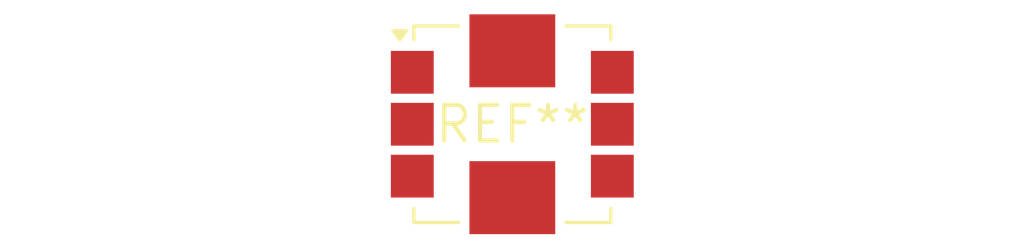
<source format=kicad_pcb>
(kicad_pcb (version 20240108) (generator pcbnew)
  (layers (0 "F.Cu" signal) (31 "B.Cu" signal) (34 "B.Paste" user) (35 "F.Paste" user) (36 "B.SilkS" user "B.Silkscreen") (37 "F.SilkS" user "F.Silkscreen") (38 "B.Mask" user) (39 "F.Mask" user) (44 "Edge.Cuts" user))
  (net 0 "")
  (footprint "Transformer_CurrentSense_8.4x7.2mm" (layer "F.Cu") (at 0 0)
    (property "Reference" "REF**")
    (property "Value" "Transformer_CurrentSense_8.4x7.2mm")
    (fp_line (start -3.5 -3.5) (end -3.5 -3) (layer "F.SilkS") (stroke (width 0.12)))
    (fp_line (start -3.5 -3.5) (end -1.9 -3.5) (layer "F.SilkS") (stroke (width 0.12)))
    (fp_line (start -3.5 3.5) (end -3.5 3) (layer "F.SilkS") (stroke (width 0.12)))
    (fp_line (start -1.9 3.5) (end -3.5 3.5) (layer "F.SilkS") (stroke (width 0.12)))
    (fp_line (start 1.9 -3.5) (end 3.5 -3.5) (layer "F.SilkS") (stroke (width 0.12)))
    (fp_line (start 1.9 3.5) (end 3.5 3.5) (layer "F.SilkS") (stroke (width 0.12)))
    (fp_line (start 3.5 -3.5) (end 3.5 -3) (layer "F.SilkS") (stroke (width 0.12)))
    (fp_line (start 3.5 3.5) (end 3.5 3) (layer "F.SilkS") (stroke (width 0.12)))
    (fp_poly (pts (xy -4 -3) (xy -4.24 -3.33) (xy -3.76 -3.33) (xy -4 -3)) (layer "F.SilkS") (stroke (width 0.12)) (fill solid))
    (pad "1" smd rect (at -3.555 -1.85) (size 1.524 1.524) (layers "F.Cu" "F.Paste" "F.Mask"))
    (pad "2" smd rect (at -3.555 0) (size 1.524 1.524) (layers "F.Cu" "F.Paste" "F.Mask"))
    (pad "3" smd rect (at -3.555 1.85) (size 1.524 1.524) (layers "F.Cu" "F.Paste" "F.Mask"))
    (pad "4" smd rect (at 3.555 1.85) (size 1.524 1.524) (layers "F.Cu" "F.Paste" "F.Mask"))
    (pad "5" smd rect (at 3.555 0) (size 1.524 1.524) (layers "F.Cu" "F.Paste" "F.Mask"))
    (pad "6" smd rect (at 3.555 -1.85) (size 1.524 1.524) (layers "F.Cu" "F.Paste" "F.Mask"))
    (pad "7" smd rect (at 0 2.615) (size 3.05 2.6) (layers "F.Cu" "F.Paste" "F.Mask"))
    (pad "8" smd rect (at 0 -2.615) (size 3.05 2.6) (layers "F.Cu" "F.Paste" "F.Mask"))
  )
)
</source>
